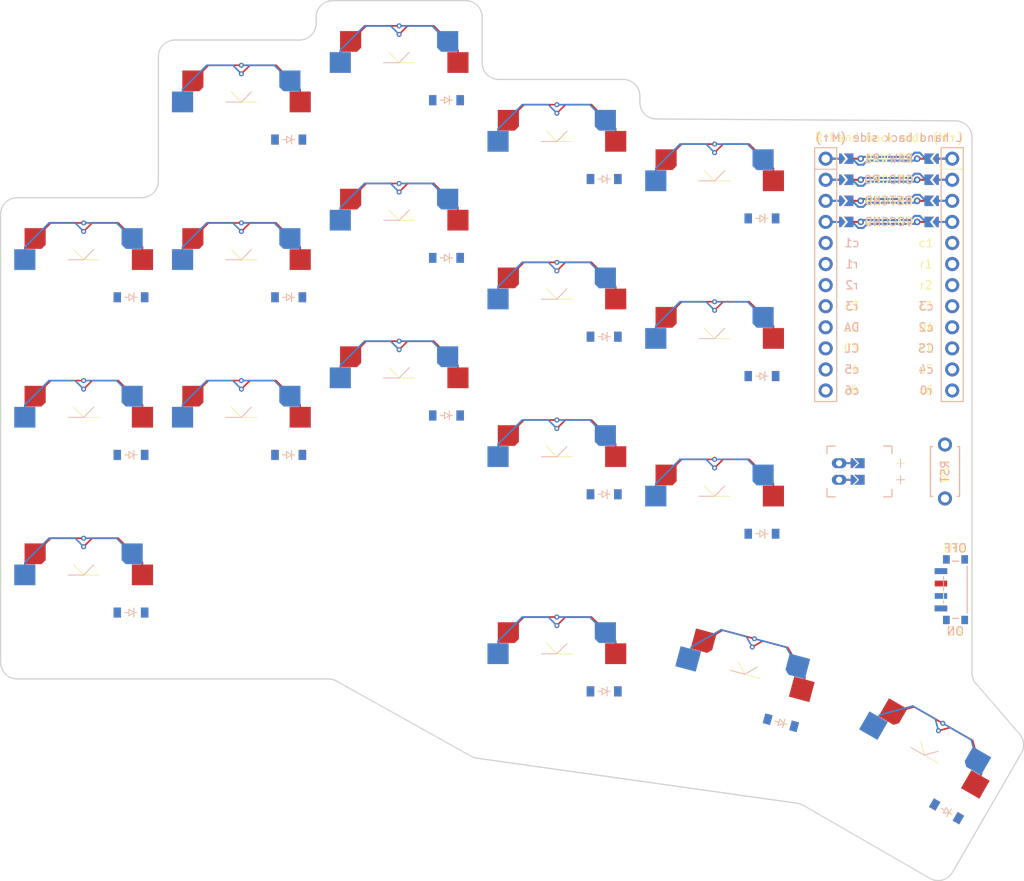
<source format=kicad_pcb>
(kicad_pcb (version 20240108) (generator "ergogen") (generator_version "4.2.1")
  (title_block (title "null36") (date "2026-01-25") (rev "v1.0.0") (company "Unknown"))
  (layers (0 "F.Cu" signal) (31 "B.Cu" signal) (34 "B.Paste" user) (35 "F.Paste" user) (36 "B.SilkS" user "B.Silkscreen") (37 "F.SilkS" user "F.Silkscreen") (38 "B.Mask" user) (39 "F.Mask" user) (44 "Edge.Cuts" user))
  (net 0 "")
  (net 1 "pinky_bottom")
  (net 2 "bottom")
  (net 3 "GND")
  (net 4 "D1")
  (net 5 "D2")
  (net 6 "pinky_home")
  (net 7 "home")
  (net 8 "pinky_top")
  (net 9 "top")
  (net 10 "ring_bottom")
  (net 11 "ring_home")
  (net 12 "ring_top")
  (net 13 "middle_bottom")
  (net 14 "middle_home")
  (net 15 "middle_top")
  (net 16 "index_bottom")
  (net 17 "index_home")
  (net 18 "index_top")
  (net 19 "inner_bottom")
  (net 20 "inner_home")
  (net 21 "inner_top")
  (net 22 "near_thumb")
  (net 23 "thumb")
  (net 24 "home_thumb")
  (net 25 "far_thumb")
  (net 26 "RAW")
  (net 27 "RST")
  (net 28 "VCC")
  (net 29 "P21")
  (net 30 "P20")
  (net 31 "P19")
  (net 32 "c3")
  (net 33 "c2")
  (net 34 "CS")
  (net 35 "c4")
  (net 36 "r0")
  (net 37 "P1")
  (net 38 "P0")
  (net 39 "c1")
  (net 40 "r1")
  (net 41 "r2")
  (net 42 "r3")
  (net 43 "DA")
  (net 44 "CL")
  (net 45 "c5")
  (net 46 "c6")
  (net 47 "P101")
  (net 48 "P102")
  (net 49 "P107")
  (net 50 "MCU1_24")
  (net 51 "MCU1_1")
  (net 52 "MCU1_23")
  (net 53 "MCU1_2")
  (net 54 "MCU1_22")
  (net 55 "MCU1_3")
  (net 56 "MCU1_21")
  (net 57 "MCU1_4")
  (net 58 "MCU1_20")
  (net 59 "MCU1_5")
  (net 60 "MCU1_19")
  (net 61 "MCU1_6")
  (net 62 "MCU1_18")
  (net 63 "MCU1_7")
  (net 64 "MCU1_17")
  (net 65 "MCU1_8")
  (net 66 "MCU1_16")
  (net 67 "MCU1_9")
  (net 68 "MCU1_15")
  (net 69 "MCU1_10")
  (net 70 "MCU1_14")
  (net 71 "MCU1_11")
  (net 72 "MCU1_13")
  (net 73 "MCU1_12")
  (net 74 "BAT_P")
  (net 75 "JST1_1")
  (net 76 "JST1_2")
  (footprint "ceoloide:switch_mx" (layer "B.Cu") (at 150 150 0)
    (property "Reference" "S1" hide)
  )
  (segment (start 144.158 144.92) (end 146.037 143.041) (width 0.2) (layer "F.Cu") (net 2))
  (segment (start 146.037 143.041) (end 150 143.041) (width 0.2) (layer "F.Cu") (net 1))
  (via (at 150 143.041) (size 0.6) (drill 0.3) (layers "F.Cu" "B.Cu") (net 1))
  (segment (start 150 143.041) (end 153.963 143.0405) (width 0.2) (layer "B.Cu") (net 1))
  (segment (start 153.963 143.041) (end 155.842 144.92) (width 0.2) (layer "B.Cu") (net 1))
  (segment (start 150 144.07) (end 151.029 143.041) (width 0.2) (layer "F.Cu") (net 2))
  (segment (start 154.166 143.041) (end 157.085 145.96) (width 0.2) (layer "F.Cu") (net 2))
  (segment (start 157.085 145.96) (end 157.085 147.46) (width 0.2) (layer "F.Cu") (net 2))
  (segment (start 151.029 143.041) (end 154.166 143.041) (width 0.2) (layer "F.Cu") (net 2))
  (via (at 150 144.07) (size 0.6) (drill 0.3) (layers "F.Cu" "B.Cu") (net 2))
  (segment (start 145.834 143.041) (end 148.971 143.041) (width 0.2) (layer "B.Cu") (net 2))
  (segment (start 142.915 147.46) (end 142.915 145.96) (width 0.2) (layer "B.Cu") (net 2))
  (segment (start 142.915 145.96) (end 145.834 143.041) (width 0.2) (layer "B.Cu") (net 2))
  (segment (start 148.971 143.041) (end 150 144.07) (width 0.2) (layer "B.Cu") (net 2))
  (footprint "ceoloide:switch_mx" (layer "B.Cu") (at 150 131 0)
    (property "Reference" "S2" hide)
  )
  (segment (start 144.158 125.92) (end 146.037 124.041) (width 0.2) (layer "F.Cu") (net 7))
  (segment (start 146.037 124.041) (end 150 124.041) (width 0.2) (layer "F.Cu") (net 6))
  (via (at 150 124.041) (size 0.6) (drill 0.3) (layers "F.Cu" "B.Cu") (net 6))
  (segment (start 150 124.041) (end 153.963 124.0405) (width 0.2) (layer "B.Cu") (net 6))
  (segment (start 153.963 124.041) (end 155.842 125.92) (width 0.2) (layer "B.Cu") (net 6))
  (segment (start 150 125.07) (end 151.029 124.041) (width 0.2) (layer "F.Cu") (net 7))
  (segment (start 154.166 124.041) (end 157.085 126.96) (width 0.2) (layer "F.Cu") (net 7))
  (segment (start 157.085 126.96) (end 157.085 128.46) (width 0.2) (layer "F.Cu") (net 7))
  (segment (start 151.029 124.041) (end 154.166 124.041) (width 0.2) (layer "F.Cu") (net 7))
  (via (at 150 125.07) (size 0.6) (drill 0.3) (layers "F.Cu" "B.Cu") (net 7))
  (segment (start 145.834 124.041) (end 148.971 124.041) (width 0.2) (layer "B.Cu") (net 7))
  (segment (start 142.915 128.46) (end 142.915 126.96) (width 0.2) (layer "B.Cu") (net 7))
  (segment (start 142.915 126.96) (end 145.834 124.041) (width 0.2) (layer "B.Cu") (net 7))
  (segment (start 148.971 124.041) (end 150 125.07) (width 0.2) (layer "B.Cu") (net 7))
  (footprint "ceoloide:switch_mx" (layer "B.Cu") (at 150 112 0)
    (property "Reference" "S3" hide)
  )
  (segment (start 144.158 106.92) (end 146.037 105.041) (width 0.2) (layer "F.Cu") (net 9))
  (segment (start 146.037 105.041) (end 150 105.041) (width 0.2) (layer "F.Cu") (net 8))
  (via (at 150 105.041) (size 0.6) (drill 0.3) (layers "F.Cu" "B.Cu") (net 8))
  (segment (start 150 105.041) (end 153.963 105.0405) (width 0.2) (layer "B.Cu") (net 8))
  (segment (start 153.963 105.041) (end 155.842 106.92) (width 0.2) (layer "B.Cu") (net 8))
  (segment (start 150 106.07) (end 151.029 105.041) (width 0.2) (layer "F.Cu") (net 9))
  (segment (start 154.166 105.041) (end 157.085 107.96) (width 0.2) (layer "F.Cu") (net 9))
  (segment (start 157.085 107.96) (end 157.085 109.46) (width 0.2) (layer "F.Cu") (net 9))
  (segment (start 151.029 105.041) (end 154.166 105.041) (width 0.2) (layer "F.Cu") (net 9))
  (via (at 150 106.07) (size 0.6) (drill 0.3) (layers "F.Cu" "B.Cu") (net 9))
  (segment (start 145.834 105.041) (end 148.971 105.041) (width 0.2) (layer "B.Cu") (net 9))
  (segment (start 142.915 109.46) (end 142.915 107.96) (width 0.2) (layer "B.Cu") (net 9))
  (segment (start 142.915 107.96) (end 145.834 105.041) (width 0.2) (layer "B.Cu") (net 9))
  (segment (start 148.971 105.041) (end 150 106.07) (width 0.2) (layer "B.Cu") (net 9))
  (footprint "ceoloide:switch_mx" (layer "B.Cu") (at 169 131 0)
    (property "Reference" "S4" hide)
  )
  (segment (start 163.158 125.92) (end 165.037 124.041) (width 0.2) (layer "F.Cu") (net 2))
  (segment (start 165.037 124.041) (end 169 124.041) (width 0.2) (layer "F.Cu") (net 10))
  (via (at 169 124.041) (size 0.6) (drill 0.3) (layers "F.Cu" "B.Cu") (net 10))
  (segment (start 169 124.041) (end 172.963 124.0405) (width 0.2) (layer "B.Cu") (net 10))
  (segment (start 172.963 124.041) (end 174.842 125.92) (width 0.2) (layer "B.Cu") (net 10))
  (segment (start 169 125.07) (end 170.029 124.041) (width 0.2) (layer "F.Cu") (net 2))
  (segment (start 173.166 124.041) (end 176.085 126.96) (width 0.2) (layer "F.Cu") (net 2))
  (segment (start 176.085 126.96) (end 176.085 128.46) (width 0.2) (layer "F.Cu") (net 2))
  (segment (start 170.029 124.041) (end 173.166 124.041) (width 0.2) (layer "F.Cu") (net 2))
  (via (at 169 125.07) (size 0.6) (drill 0.3) (layers "F.Cu" "B.Cu") (net 2))
  (segment (start 164.834 124.041) (end 167.971 124.041) (width 0.2) (layer "B.Cu") (net 2))
  (segment (start 161.915 128.46) (end 161.915 126.96) (width 0.2) (layer "B.Cu") (net 2))
  (segment (start 161.915 126.96) (end 164.834 124.041) (width 0.2) (layer "B.Cu") (net 2))
  (segment (start 167.971 124.041) (end 169 125.07) (width 0.2) (layer "B.Cu") (net 2))
  (footprint "ceoloide:switch_mx" (layer "B.Cu") (at 169 112 0)
    (property "Reference" "S5" hide)
  )
  (segment (start 163.158 106.92) (end 165.037 105.041) (width 0.2) (layer "F.Cu") (net 7))
  (segment (start 165.037 105.041) (end 169 105.041) (width 0.2) (layer "F.Cu") (net 11))
  (via (at 169 105.041) (size 0.6) (drill 0.3) (layers "F.Cu" "B.Cu") (net 11))
  (segment (start 169 105.041) (end 172.963 105.0405) (width 0.2) (layer "B.Cu") (net 11))
  (segment (start 172.963 105.041) (end 174.842 106.92) (width 0.2) (layer "B.Cu") (net 11))
  (segment (start 169 106.07) (end 170.029 105.041) (width 0.2) (layer "F.Cu") (net 7))
  (segment (start 173.166 105.041) (end 176.085 107.96) (width 0.2) (layer "F.Cu") (net 7))
  (segment (start 176.085 107.96) (end 176.085 109.46) (width 0.2) (layer "F.Cu") (net 7))
  (segment (start 170.029 105.041) (end 173.166 105.041) (width 0.2) (layer "F.Cu") (net 7))
  (via (at 169 106.07) (size 0.6) (drill 0.3) (layers "F.Cu" "B.Cu") (net 7))
  (segment (start 164.834 105.041) (end 167.971 105.041) (width 0.2) (layer "B.Cu") (net 7))
  (segment (start 161.915 109.46) (end 161.915 107.96) (width 0.2) (layer "B.Cu") (net 7))
  (segment (start 161.915 107.96) (end 164.834 105.041) (width 0.2) (layer "B.Cu") (net 7))
  (segment (start 167.971 105.041) (end 169 106.07) (width 0.2) (layer "B.Cu") (net 7))
  (footprint "ceoloide:switch_mx" (layer "B.Cu") (at 169 93 0)
    (property "Reference" "S6" hide)
  )
  (segment (start 163.158 87.92) (end 165.037 86.041) (width 0.2) (layer "F.Cu") (net 9))
  (segment (start 165.037 86.041) (end 169 86.041) (width 0.2) (layer "F.Cu") (net 12))
  (via (at 169 86.041) (size 0.6) (drill 0.3) (layers "F.Cu" "B.Cu") (net 12))
  (segment (start 169 86.041) (end 172.963 86.0405) (width 0.2) (layer "B.Cu") (net 12))
  (segment (start 172.963 86.041) (end 174.842 87.92) (width 0.2) (layer "B.Cu") (net 12))
  (segment (start 169 87.07) (end 170.029 86.041) (width 0.2) (layer "F.Cu") (net 9))
  (segment (start 173.166 86.041) (end 176.085 88.96) (width 0.2) (layer "F.Cu") (net 9))
  (segment (start 176.085 88.96) (end 176.085 90.46) (width 0.2) (layer "F.Cu") (net 9))
  (segment (start 170.029 86.041) (end 173.166 86.041) (width 0.2) (layer "F.Cu") (net 9))
  (via (at 169 87.07) (size 0.6) (drill 0.3) (layers "F.Cu" "B.Cu") (net 9))
  (segment (start 164.834 86.041) (end 167.971 86.041) (width 0.2) (layer "B.Cu") (net 9))
  (segment (start 161.915 90.46) (end 161.915 88.96) (width 0.2) (layer "B.Cu") (net 9))
  (segment (start 161.915 88.96) (end 164.834 86.041) (width 0.2) (layer "B.Cu") (net 9))
  (segment (start 167.971 86.041) (end 169 87.07) (width 0.2) (layer "B.Cu") (net 9))
  (footprint "ceoloide:switch_mx" (layer "B.Cu") (at 188 126.25 0)
    (property "Reference" "S7" hide)
  )
  (segment (start 182.158 121.17) (end 184.037 119.291) (width 0.2) (layer "F.Cu") (net 2))
  (segment (start 184.037 119.291) (end 188 119.291) (width 0.2) (layer "F.Cu") (net 13))
  (via (at 188 119.291) (size 0.6) (drill 0.3) (layers "F.Cu" "B.Cu") (net 13))
  (segment (start 188 119.291) (end 191.963 119.2905) (width 0.2) (layer "B.Cu") (net 13))
  (segment (start 191.963 119.291) (end 193.842 121.17) (width 0.2) (layer "B.Cu") (net 13))
  (segment (start 188 120.32) (end 189.029 119.291) (width 0.2) (layer "F.Cu") (net 2))
  (segment (start 192.166 119.291) (end 195.085 122.21) (width 0.2) (layer "F.Cu") (net 2))
  (segment (start 195.085 122.21) (end 195.085 123.71) (width 0.2) (layer "F.Cu") (net 2))
  (segment (start 189.029 119.291) (end 192.166 119.291) (width 0.2) (layer "F.Cu") (net 2))
  (via (at 188 120.32) (size 0.6) (drill 0.3) (layers "F.Cu" "B.Cu") (net 2))
  (segment (start 183.834 119.291) (end 186.971 119.291) (width 0.2) (layer "B.Cu") (net 2))
  (segment (start 180.915 123.71) (end 180.915 122.21) (width 0.2) (layer "B.Cu") (net 2))
  (segment (start 180.915 122.21) (end 183.834 119.291) (width 0.2) (layer "B.Cu") (net 2))
  (segment (start 186.971 119.291) (end 188 120.32) (width 0.2) (layer "B.Cu") (net 2))
  (footprint "ceoloide:switch_mx" (layer "B.Cu") (at 188 107.25 0)
    (property "Reference" "S8" hide)
  )
  (segment (start 182.158 102.17) (end 184.037 100.291) (width 0.2) (layer "F.Cu") (net 7))
  (segment (start 184.037 100.291) (end 188 100.291) (width 0.2) (layer "F.Cu") (net 14))
  (via (at 188 100.291) (size 0.6) (drill 0.3) (layers "F.Cu" "B.Cu") (net 14))
  (segment (start 188 100.291) (end 191.963 100.2905) (width 0.2) (layer "B.Cu") (net 14))
  (segment (start 191.963 100.291) (end 193.842 102.17) (width 0.2) (layer "B.Cu") (net 14))
  (segment (start 188 101.32) (end 189.029 100.291) (width 0.2) (layer "F.Cu") (net 7))
  (segment (start 192.166 100.291) (end 195.085 103.21) (width 0.2) (layer "F.Cu") (net 7))
  (segment (start 195.085 103.21) (end 195.085 104.71) (width 0.2) (layer "F.Cu") (net 7))
  (segment (start 189.029 100.291) (end 192.166 100.291) (width 0.2) (layer "F.Cu") (net 7))
  (via (at 188 101.32) (size 0.6) (drill 0.3) (layers "F.Cu" "B.Cu") (net 7))
  (segment (start 183.834 100.291) (end 186.971 100.291) (width 0.2) (layer "B.Cu") (net 7))
  (segment (start 180.915 104.71) (end 180.915 103.21) (width 0.2) (layer "B.Cu") (net 7))
  (segment (start 180.915 103.21) (end 183.834 100.291) (width 0.2) (layer "B.Cu") (net 7))
  (segment (start 186.971 100.291) (end 188 101.32) (width 0.2) (layer "B.Cu") (net 7))
  (footprint "ceoloide:switch_mx" (layer "B.Cu") (at 188 88.25 0)
    (property "Reference" "S9" hide)
  )
  (segment (start 182.158 83.17) (end 184.037 81.291) (width 0.2) (layer "F.Cu") (net 9))
  (segment (start 184.037 81.291) (end 188 81.291) (width 0.2) (layer "F.Cu") (net 15))
  (via (at 188 81.291) (size 0.6) (drill 0.3) (layers "F.Cu" "B.Cu") (net 15))
  (segment (start 188 81.291) (end 191.963 81.2905) (width 0.2) (layer "B.Cu") (net 15))
  (segment (start 191.963 81.291) (end 193.842 83.17) (width 0.2) (layer "B.Cu") (net 15))
  (segment (start 188 82.32) (end 189.029 81.291) (width 0.2) (layer "F.Cu") (net 9))
  (segment (start 192.166 81.291) (end 195.085 84.21) (width 0.2) (layer "F.Cu") (net 9))
  (segment (start 195.085 84.21) (end 195.085 85.71) (width 0.2) (layer "F.Cu") (net 9))
  (segment (start 189.029 81.291) (end 192.166 81.291) (width 0.2) (layer "F.Cu") (net 9))
  (via (at 188 82.32) (size 0.6) (drill 0.3) (layers "F.Cu" "B.Cu") (net 9))
  (segment (start 183.834 81.291) (end 186.971 81.291) (width 0.2) (layer "B.Cu") (net 9))
  (segment (start 180.915 85.71) (end 180.915 84.21) (width 0.2) (layer "B.Cu") (net 9))
  (segment (start 180.915 84.21) (end 183.834 81.291) (width 0.2) (layer "B.Cu") (net 9))
  (segment (start 186.971 81.291) (end 188 82.32) (width 0.2) (layer "B.Cu") (net 9))
  (footprint "ceoloide:switch_mx" (layer "B.Cu") (at 207 135.75 0)
    (property "Reference" "S10" hide)
  )
  (segment (start 201.158 130.67) (end 203.037 128.791) (width 0.2) (layer "F.Cu") (net 2))
  (segment (start 203.037 128.791) (end 207 128.791) (width 0.2) (layer "F.Cu") (net 16))
  (via (at 207 128.791) (size 0.6) (drill 0.3) (layers "F.Cu" "B.Cu") (net 16))
  (segment (start 207 128.791) (end 210.963 128.7905) (width 0.2) (layer "B.Cu") (net 16))
  (segment (start 210.963 128.791) (end 212.842 130.67) (width 0.2) (layer "B.Cu") (net 16))
  (segment (start 207 129.82) (end 208.029 128.791) (width 0.2) (layer "F.Cu") (net 2))
  (segment (start 211.166 128.791) (end 214.085 131.71) (width 0.2) (layer "F.Cu") (net 2))
  (segment (start 214.085 131.71) (end 214.085 133.21) (width 0.2) (layer "F.Cu") (net 2))
  (segment (start 208.029 128.791) (end 211.166 128.791) (width 0.2) (layer "F.Cu") (net 2))
  (via (at 207 129.82) (size 0.6) (drill 0.3) (layers "F.Cu" "B.Cu") (net 2))
  (segment (start 202.834 128.791) (end 205.971 128.791) (width 0.2) (layer "B.Cu") (net 2))
  (segment (start 199.915 133.21) (end 199.915 131.71) (width 0.2) (layer "B.Cu") (net 2))
  (segment (start 199.915 131.71) (end 202.834 128.791) (width 0.2) (layer "B.Cu") (net 2))
  (segment (start 205.971 128.791) (end 207 129.82) (width 0.2) (layer "B.Cu") (net 2))
  (footprint "ceoloide:switch_mx" (layer "B.Cu") (at 207 116.75 0)
    (property "Reference" "S11" hide)
  )
  (segment (start 201.158 111.67) (end 203.037 109.791) (width 0.2) (layer "F.Cu") (net 7))
  (segment (start 203.037 109.791) (end 207 109.791) (width 0.2) (layer "F.Cu") (net 17))
  (via (at 207 109.791) (size 0.6) (drill 0.3) (layers "F.Cu" "B.Cu") (net 17))
  (segment (start 207 109.791) (end 210.963 109.7905) (width 0.2) (layer "B.Cu") (net 17))
  (segment (start 210.963 109.791) (end 212.842 111.67) (width 0.2) (layer "B.Cu") (net 17))
  (segment (start 207 110.82) (end 208.029 109.791) (width 0.2) (layer "F.Cu") (net 7))
  (segment (start 211.166 109.791) (end 214.085 112.71) (width 0.2) (layer "F.Cu") (net 7))
  (segment (start 214.085 112.71) (end 214.085 114.21) (width 0.2) (layer "F.Cu") (net 7))
  (segment (start 208.029 109.791) (end 211.166 109.791) (width 0.2) (layer "F.Cu") (net 7))
  (via (at 207 110.82) (size 0.6) (drill 0.3) (layers "F.Cu" "B.Cu") (net 7))
  (segment (start 202.834 109.791) (end 205.971 109.791) (width 0.2) (layer "B.Cu") (net 7))
  (segment (start 199.915 114.21) (end 199.915 112.71) (width 0.2) (layer "B.Cu") (net 7))
  (segment (start 199.915 112.71) (end 202.834 109.791) (width 0.2) (layer "B.Cu") (net 7))
  (segment (start 205.971 109.791) (end 207 110.82) (width 0.2) (layer "B.Cu") (net 7))
  (footprint "ceoloide:switch_mx" (layer "B.Cu") (at 207 97.75 0)
    (property "Reference" "S12" hide)
  )
  (segment (start 201.158 92.67) (end 203.037 90.791) (width 0.2) (layer "F.Cu") (net 9))
  (segment (start 203.037 90.791) (end 207 90.791) (width 0.2) (layer "F.Cu") (net 18))
  (via (at 207 90.791) (size 0.6) (drill 0.3) (layers "F.Cu" "B.Cu") (net 18))
  (segment (start 207 90.791) (end 210.963 90.7905) (width 0.2) (layer "B.Cu") (net 18))
  (segment (start 210.963 90.791) (end 212.842 92.67) (width 0.2) (layer "B.Cu") (net 18))
  (segment (start 207 91.82) (end 208.029 90.791) (width 0.2) (layer "F.Cu") (net 9))
  (segment (start 211.166 90.791) (end 214.085 93.71) (width 0.2) (layer "F.Cu") (net 9))
  (segment (start 214.085 93.71) (end 214.085 95.21) (width 0.2) (layer "F.Cu") (net 9))
  (segment (start 208.029 90.791) (end 211.166 90.791) (width 0.2) (layer "F.Cu") (net 9))
  (via (at 207 91.82) (size 0.6) (drill 0.3) (layers "F.Cu" "B.Cu") (net 9))
  (segment (start 202.834 90.791) (end 205.971 90.791) (width 0.2) (layer "B.Cu") (net 9))
  (segment (start 199.915 95.21) (end 199.915 93.71) (width 0.2) (layer "B.Cu") (net 9))
  (segment (start 199.915 93.71) (end 202.834 90.791) (width 0.2) (layer "B.Cu") (net 9))
  (segment (start 205.971 90.791) (end 207 91.82) (width 0.2) (layer "B.Cu") (net 9))
  (footprint "ceoloide:switch_mx" (layer "B.Cu") (at 226 140.5 0)
    (property "Reference" "S13" hide)
  )
  (segment (start 220.158 135.42) (end 222.037 133.541) (width 0.2) (layer "F.Cu") (net 2))
  (segment (start 222.037 133.541) (end 226 133.541) (width 0.2) (layer "F.Cu") (net 19))
  (via (at 226 133.541) (size 0.6) (drill 0.3) (layers "F.Cu" "B.Cu") (net 19))
  (segment (start 226 133.541) (end 229.963 133.5405) (width 0.2) (layer "B.Cu") (net 19))
  (segment (start 229.963 133.541) (end 231.842 135.42) (width 0.2) (layer "B.Cu") (net 19))
  (segment (start 226 134.57) (end 227.029 133.541) (width 0.2) (layer "F.Cu") (net 2))
  (segment (start 230.166 133.541) (end 233.085 136.46) (width 0.2) (layer "F.Cu") (net 2))
  (segment (start 233.085 136.46) (end 233.085 137.96) (width 0.2) (layer "F.Cu") (net 2))
  (segment (start 227.029 133.541) (end 230.166 133.541) (width 0.2) (layer "F.Cu") (net 2))
  (via (at 226 134.57) (size 0.6) (drill 0.3) (layers "F.Cu" "B.Cu") (net 2))
  (segment (start 221.834 133.541) (end 224.971 133.541) (width 0.2) (layer "B.Cu") (net 2))
  (segment (start 218.915 137.96) (end 218.915 136.46) (width 0.2) (layer "B.Cu") (net 2))
  (segment (start 218.915 136.46) (end 221.834 133.541) (width 0.2) (layer "B.Cu") (net 2))
  (segment (start 224.971 133.541) (end 226 134.57) (width 0.2) (layer "B.Cu") (net 2))
  (footprint "ceoloide:switch_mx" (layer "B.Cu") (at 226 121.5 0)
    (property "Reference" "S14" hide)
  )
  (segment (start 220.158 116.42) (end 222.037 114.541) (width 0.2) (layer "F.Cu") (net 7))
  (segment (start 222.037 114.541) (end 226 114.541) (width 0.2) (layer "F.Cu") (net 20))
  (via (at 226 114.541) (size 0.6) (drill 0.3) (layers "F.Cu" "B.Cu") (net 20))
  (segment (start 226 114.541) (end 229.963 114.5405) (width 0.2) (layer "B.Cu") (net 20))
  (segment (start 229.963 114.541) (end 231.842 116.42) (width 0.2) (layer "B.Cu") (net 20))
  (segment (start 226 115.57) (end 227.029 114.541) (width 0.2) (layer "F.Cu") (net 7))
  (segment (start 230.166 114.541) (end 233.085 117.46) (width 0.2) (layer "F.Cu") (net 7))
  (segment (start 233.085 117.46) (end 233.085 118.96) (width 0.2) (layer "F.Cu") (net 7))
  (segment (start 227.029 114.541) (end 230.166 114.541) (width 0.2) (layer "F.Cu") (net 7))
  (via (at 226 115.57) (size 0.6) (drill 0.3) (layers "F.Cu" "B.Cu") (net 7))
  (segment (start 221.834 114.541) (end 224.971 114.541) (width 0.2) (layer "B.Cu") (net 7))
  (segment (start 218.915 118.96) (end 218.915 117.46) (width 0.2) (layer "B.Cu") (net 7))
  (segment (start 218.915 117.46) (end 221.834 114.541) (width 0.2) (layer "B.Cu") (net 7))
  (segment (start 224.971 114.541) (end 226 115.57) (width 0.2) (layer "B.Cu") (net 7))
  (footprint "ceoloide:switch_mx" (layer "B.Cu") (at 226 102.5 0)
    (property "Reference" "S15" hide)
  )
  (segment (start 220.158 97.42) (end 222.037 95.541) (width 0.2) (layer "F.Cu") (net 9))
  (segment (start 222.037 95.541) (end 226 95.541) (width 0.2) (layer "F.Cu") (net 21))
  (via (at 226 95.541) (size 0.6) (drill 0.3) (layers "F.Cu" "B.Cu") (net 21))
  (segment (start 226 95.541) (end 229.963 95.5405) (width 0.2) (layer "B.Cu") (net 21))
  (segment (start 229.963 95.541) (end 231.842 97.42) (width 0.2) (layer "B.Cu") (net 21))
  (segment (start 226 96.57) (end 227.029 95.541) (width 0.2) (layer "F.Cu") (net 9))
  (segment (start 230.166 95.541) (end 233.085 98.46) (width 0.2) (layer "F.Cu") (net 9))
  (segment (start 233.085 98.46) (end 233.085 99.96) (width 0.2) (layer "F.Cu") (net 9))
  (segment (start 227.029 95.541) (end 230.166 95.541) (width 0.2) (layer "F.Cu") (net 9))
  (via (at 226 96.57) (size 0.6) (drill 0.3) (layers "F.Cu" "B.Cu") (net 9))
  (segment (start 221.834 95.541) (end 224.971 95.541) (width 0.2) (layer "B.Cu") (net 9))
  (segment (start 218.915 99.96) (end 218.915 98.46) (width 0.2) (layer "B.Cu") (net 9))
  (segment (start 218.915 98.46) (end 221.834 95.541) (width 0.2) (layer "B.Cu") (net 9))
  (segment (start 224.971 95.541) (end 226 96.57) (width 0.2) (layer "B.Cu") (net 9))
  (footprint "ceoloide:switch_mx" (layer "B.Cu") (at 207 159.5 0)
    (property "Reference" "S16" hide)
  )
  (segment (start 201.158 154.42) (end 203.037 152.541) (width 0.2) (layer "F.Cu") (net 23))
  (segment (start 203.037 152.541) (end 207 152.541) (width 0.2) (layer "F.Cu") (net 22))
  (via (at 207 152.541) (size 0.6) (drill 0.3) (layers "F.Cu" "B.Cu") (net 22))
  (segment (start 207 152.541) (end 210.963 152.5405) (width 0.2) (layer "B.Cu") (net 22))
  (segment (start 210.963 152.541) (end 212.842 154.42) (width 0.2) (layer "B.Cu") (net 22))
  (segment (start 207 153.57) (end 208.029 152.541) (width 0.2) (layer "F.Cu") (net 23))
  (segment (start 211.166 152.541) (end 214.085 155.46) (width 0.2) (layer "F.Cu") (net 23))
  (segment (start 214.085 155.46) (end 214.085 156.96) (width 0.2) (layer "F.Cu") (net 23))
  (segment (start 208.029 152.541) (end 211.166 152.541) (width 0.2) (layer "F.Cu") (net 23))
  (via (at 207 153.57) (size 0.6) (drill 0.3) (layers "F.Cu" "B.Cu") (net 23))
  (segment (start 202.834 152.541) (end 205.971 152.541) (width 0.2) (layer "B.Cu") (net 23))
  (segment (start 199.915 156.96) (end 199.915 155.46) (width 0.2) (layer "B.Cu") (net 23))
  (segment (start 199.915 155.46) (end 202.834 152.541) (width 0.2) (layer "B.Cu") (net 23))
  (segment (start 205.971 152.541) (end 207 153.57) (width 0.2) (layer "B.Cu") (net 23))
  (footprint "ceoloide:switch_mx" (layer "B.Cu") (at 229 161.875 -15)
    (property "Reference" "S17" hide)
  )
  (segment (start 224.6718621 155.4560759) (end 226.9731577 154.1274223) (width 0.2) (layer "F.Cu") (net 23))
  (segment (start 226.9731577 154.1274223) (end 230.8011217 155.1531222) (width 0.2) (layer "F.Cu") (net 24))
  (via (at 230.8011217 155.1531222) (size 0.6) (drill 0.3) (layers "F.Cu" "B.Cu") (net 24))
  (segment (start 230.8011217 155.1531222) (end 234.6292152 156.1783391) (width 0.2) (layer "B.Cu") (net 24))
  (segment (start 234.6290858 156.1788221) (end 235.9577394 158.4801177) (width 0.2) (layer "B.Cu") (net 24))
  (segment (start 230.5347969 156.1470599) (end 231.7950594 155.419447) (width 0.2) (layer "F.Cu") (net 23))
  (segment (start 234.8251687 156.2313623) (end 236.8892134 159.8063926) (width 0.2) (layer "F.Cu") (net 23))
  (segment (start 236.8892134 159.8063926) (end 236.5009849 161.2552813) (width 0.2) (layer "F.Cu") (net 23))
  (segment (start 231.7950594 155.419447) (end 234.8251687 156.2313623) (width 0.2) (layer "F.Cu") (net 23))
  (via (at 230.5347969 156.1470599) (size 0.6) (drill 0.3) (layers "F.Cu" "B.Cu") (net 23))
  (segment (start 226.77707470000001 154.074882) (end 229.8071841 154.8867974) (width 0.2) (layer "B.Cu") (net 23))
  (segment (start 222.8138159 157.5878155) (end 223.2020445 156.1389267) (width 0.2) (layer "B.Cu") (net 23))
  (segment (start 223.2020445 156.1389267) (end 226.77707470000001 154.074882) (width 0.2) (layer "B.Cu") (net 23))
  (segment (start 229.8071841 154.8867974) (end 230.5347969 156.1470599) (width 0.2) (layer "B.Cu") (net 23))
  (footprint "ceoloide:switch_mx" (layer "B.Cu") (at 250 171.375 -30)
    (property "Reference" "S18" hide)
  )
  (segment (start 247.4806796 164.0545909) (end 250.0474413 163.3668292) (width 0.2) (layer "F.Cu") (net 23))
  (segment (start 250.0474413 163.3668292) (end 253.4795 165.3483292) (width 0.2) (layer "F.Cu") (net 25))
  (via (at 253.4795 165.3483292) (size 0.6) (drill 0.3) (layers "F.Cu" "B.Cu") (net 25))
  (segment (start 253.4795 165.3483292) (end 256.9118087 167.3293962) (width 0.2) (layer "B.Cu") (net 25))
  (segment (start 256.9115587 167.3298292) (end 257.5993204 169.8965909) (width 0.2) (layer "B.Cu") (net 25))
  (segment (start 252.965 166.2394694) (end 254.3706401 165.8628292) (width 0.2) (layer "F.Cu") (net 23))
  (segment (start 257.0873618 167.4313292) (end 258.15579 171.4187574) (width 0.2) (layer "F.Cu") (net 23))
  (segment (start 258.15579 171.4187574) (end 257.40579 172.7177955) (width 0.2) (layer "F.Cu") (net 23))
  (segment (start 254.3706401 165.8628292) (end 257.0873618 167.4313292) (width 0.2) (layer "F.Cu") (net 23))
  (via (at 252.965 166.2394694) (size 0.6) (drill 0.3) (layers "F.Cu" "B.Cu") (net 23))
  (segment (start 249.8716382 163.2653292) (end 252.5883599 164.8338292) (width 0.2) (layer "B.Cu") (net 23))
  (segment (start 245.13421 165.6327955) (end 245.88421 164.3337574) (width 0.2) (layer "B.Cu") (net 23))
  (segment (start 245.88421 164.3337574) (end 249.8716382 163.2653292) (width 0.2) (layer "B.Cu") (net 23))
  (segment (start 252.5883599 164.8338292) (end 252.965 166.2394694) (width 0.2) (layer "B.Cu") (net 23))
  (footprint "ceoloide:diode_tht_sod123" (layer "F.Cu") (at 155.7 152 180)
    (property "Reference" "D1" hide)
  )
  (footprint "ceoloide:diode_tht_sod123" (layer "F.Cu") (at 155.7 133 180)
    (property "Reference" "D2" hide)
  )
  (footprint "ceoloide:diode_tht_sod123" (layer "F.Cu") (at 155.7 114 180)
    (property "Reference" "D3" hide)
  )
  (footprint "ceoloide:diode_tht_sod123" (layer "F.Cu") (at 174.7 133 180)
    (property "Reference" "D4" hide)
  )
  (footprint "ceoloide:diode_tht_sod123" (layer "F.Cu") (at 174.7 114 180)
    (property "Reference" "D5" hide)
  )
  (footprint "ceoloide:diode_tht_sod123" (layer "F.Cu") (at 174.7 95 180)
    (property "Reference" "D6" hide)
  )
  (footprint "ceoloide:diode_tht_sod123" (layer "F.Cu") (at 193.7 128.25 180)
    (property "Reference" "D7" hide)
  )
  (footprint "ceoloide:diode_tht_sod123" (layer "F.Cu") (at 193.7 109.25 180)
    (property "Reference" "D8" hide)
  )
  (footprint "ceoloide:diode_tht_sod123" (layer "F.Cu") (at 193.7 90.25 180)
    (property "Reference" "D9" hide)
  )
  (footprint "ceoloide:diode_tht_sod123" (layer "F.Cu") (at 212.7 137.75 180)
    (property "Reference" "D10" hide)
  )
  (footprint "ceoloide:diode_tht_sod123" (layer "F.Cu") (at 212.7 118.75 180)
    (property "Reference" "D11" hide)
  )
  (footprint "ceoloide:diode_tht_sod123" (layer "F.Cu") (at 212.7 99.75 180)
    (property "Reference" "D12" hide)
  )
  (footprint "ceoloide:diode_tht_sod123" (layer "F.Cu") (at 231.7 142.5 180)
    (property "Reference" "D13" hide)
  )
  (footprint "ceoloide:diode_tht_sod123" (layer "F.Cu") (at 231.7 123.5 180)
    (property "Reference" "D14" hide)
  )
  (footprint "ceoloide:diode_tht_sod123" (layer "F.Cu") (at 231.7 104.5 180)
    (property "Reference" "D15" hide)
  )
  (footprint "ceoloide:diode_tht_sod123" (layer "F.Cu") (at 212.7 161.5 180)
    (property "Reference" "D16" hide)
  )
  (footprint "ceoloide:diode_tht_sod123" (layer "F.Cu") (at 233.9881391 165.2821202 165)
    (property "Reference" "D17" hide)
  )
  (footprint "ceoloide:diode_tht_sod123" (layer "F.Cu") (at 253.9363448 175.9570508 150)
    (property "Reference" "D18" hide)
  )
  (footprint "ceoloide:mcu_supermini_nrf52840" (layer "F.Cu") (at 247 110 0)
    (property "Reference" "MCU1" hide)
  )
  (segment (start 251.775 97.3) (end 250.4 97.3) (width 0.25) (layer "F.Cu"))
  (segment (start 242.225 97.3) (end 243.6 97.3) (width 0.25) (layer "F.Cu"))
  (segment (start 239.38 97.3) (end 241.5 97.3) (width 0.25) (layer "F.Cu"))
  (segment (start 239.38 97.3) (end 241.5 97.3) (width 0.25) (layer "B.Cu"))
  (segment (start 252.5 97.3) (end 254.62 97.3) (width 0.25) (layer "F.Cu"))
  (segment (start 254.62 97.3) (end 252.5 97.3) (width 0.25) (layer "B.Cu"))
  (segment (start 244.395305 97.53) (end 250.17 97.53) (width 0.25) (layer "B.Cu"))
  (segment (start 242.225 97.3) (end 242.574695 97.3) (width 0.25) (layer "B.Cu"))
  (segment (start 243.29969499999999 98.025) (end 243.900305 98.025) (width 0.25) (layer "B.Cu"))
  (segment (start 242.574695 97.3) (end 243.29969499999999 98.025) (width 0.25) (layer "B.Cu"))
  (segment (start 243.900305 98.025) (end 244.395305 97.53) (width 0.25) (layer "B.Cu"))
  (segment (start 251.775 97.3) (end 251.425305 97.3) (width 0.25) (layer "B.Cu"))
  (segment (start 249.594695 97.08) (end 243.82 97.08) (width 0.25) (layer "B.Cu"))
  (segment (start 251.425305 97.3) (end 250.70030500000001 96.575) (width 0.25) (layer "B.Cu"))
  (segment (start 250.70030500000001 96.575) (end 250.099695 96.575) (width 0.25) (layer "B.Cu"))
  (segment (start 250.099695 96.575) (end 249.594695 97.08) (width 0.25) (layer "B.Cu"))
  (segment (start 251.775 99.84) (end 250.4 99.84) (width 0.25) (layer "F.Cu"))
  (segment (start 242.225 99.84) (end 243.6 99.84) (width 0.25) (layer "F.Cu"))
  (segment (start 239.38 99.84) (end 241.5 99.84) (width 0.25) (layer "F.Cu"))
  (segment (start 239.38 99.84) (end 241.5 99.84) (width 0.25) (layer "B.Cu"))
  (segment (start 252.5 99.84) (end 254.62 99.84) (width 0.25) (layer "F.Cu"))
  (segment (start 254.62 99.84) (end 252.5 99.84) (width 0.25) (layer "B.Cu"))
  (segment (start 244.395305 100.07) (end 250.17 100.07) (width 0.25) (layer "B.Cu"))
  (segment (start 242.225 99.84) (end 242.574695 99.84) (width 0.25) (layer "B.Cu"))
  (segment (start 243.29969499999999 100.565) (end 243.900305 100.565) (width 0.25) (layer "B.Cu"))
  (segment (start 242.574695 99.84) (end 243.29969499999999 100.565) (width 0.25) (layer "B.Cu"))
  (segment (start 243.900305 100.565) (end 244.395305 100.07) (width 0.25) (layer "B.Cu"))
  (segment (start 251.775 99.84) (end 251.425305 99.84) (width 0.25) (layer "B.Cu"))
  (segment (start 249.594695 99.62) (end 243.82 99.62) (width 0.25) (layer "B.Cu"))
  (segment (start 251.425305 99.84) (end 250.70030500000001 99.115) (width 0.25) (layer "B.Cu"))
  (segment (start 250.70030500000001 99.115) (end 250.099695 99.115) (width 0.25) (layer "B.Cu"))
  (segment (start 250.099695 99.115) (end 249.594695 99.62) (width 0.25) (layer "B.Cu"))
  (segment (start 251.775 102.38) (end 250.4 102.38) (width 0.25) (layer "F.Cu"))
  (segment (start 242.225 102.38) (end 243.6 102.38) (width 0.25) (layer "F.Cu"))
  (segment (start 239.38 102.38) (end 241.5 102.38) (width 0.25) (layer "F.Cu"))
  (segment (start 239.38 102.38) (end 241.5 102.38) (width 0.25) (layer "B.Cu"))
  (segment (start 252.5 102.38) (end 254.62 102.38) (width 0.25) (layer "F.Cu"))
  (segment (start 254.62 102.38) (end 252.5 102.38) (width 0.25) (layer "B.Cu"))
  (segment (start 244.395305 102.61) (end 250.17 102.61) (width 0.25) (layer "B.Cu"))
  (segment (start 242.225 102.38) (end 242.574695 102.38) (width 0.25) (layer "B.Cu"))
  (segment (start 243.29969499999999 103.105) (end 243.900305 103.105) (width 0.25) (layer "B.Cu"))
  (segment (start 242.574695 102.38) (end 243.29969499999999 103.105) (width 0.25) (layer "B.Cu"))
  (segment (start 243.900305 103.105) (end 244.395305 102.61) (width 0.25) (layer "B.Cu"))
  (segment (start 251.775 102.38) (end 251.425305 102.38) (width 0.25) (layer "B.Cu"))
  (segment (start 249.594695 102.16) (end 243.82 102.16) (width 0.25) (layer "B.Cu"))
  (segment (start 251.425305 102.38) (end 250.70030500000001 101.655) (width 0.25) (layer "B.Cu"))
  (segment (start 250.70030500000001 101.655) (end 250.099695 101.655) (width 0.25) (layer "B.Cu"))
  (segment (start 250.099695 101.655) (end 249.594695 102.16) (width 0.25) (layer "B.Cu"))
  (segment (start 251.775 104.92) (end 250.4 104.92) (width 0.25) (layer "F.Cu"))
  (segment (start 242.225 104.92) (end 243.6 104.92) (width 0.25) (layer "F.Cu"))
  (segment (start 239.38 104.92) (end 241.5 104.92) (width 0.25) (layer "F.Cu"))
  (segment (start 239.38 104.92) (end 241.5 104.92) (width 0.25) (layer "B.Cu"))
  (segment (start 252.5 104.92) (end 254.62 104.92) (width 0.25) (layer "F.Cu"))
  (segment (start 254.62 104.92) (end 252.5 104.92) (width 0.25) (layer "B.Cu"))
  (segment (start 244.395305 105.15) (end 250.17 105.15) (width 0.25) (layer "B.Cu"))
  (segment (start 242.225 104.92) (end 242.574695 104.92) (width 0.25) (layer "B.Cu"))
  (segment (start 243.29969499999999 105.645) (end 243.900305 105.645) (width 0.25) (layer "B.Cu"))
  (segment (start 242.574695 104.92) (end 243.29969499999999 105.645) (width 0.25) (layer "B.Cu"))
  (segment (start 243.900305 105.645) (end 244.395305 105.15) (width 0.25) (layer "B.Cu"))
  (segment (start 251.775 104.92) (end 251.425305 104.92) (width 0.25) (layer "B.Cu"))
  (segment (start 249.594695 104.7) (end 243.82 104.7) (width 0.25) (layer "B.Cu"))
  (segment (start 251.425305 104.92) (end 250.70030500000001 104.195) (width 0.25) (layer "B.Cu"))
  (segment (start 250.70030500000001 104.195) (end 250.099695 104.195) (width 0.25) (layer "B.Cu"))
  (segment (start 250.099695 104.195) (end 249.594695 104.7) (width 0.25) (layer "B.Cu"))
  (footprint "ceoloide:battery_connector_jst_ph_2" (layer "F.Cu") (at 241 135 90)
    (property "Reference" "JST1" hide)
  )
  (segment (start 242.8 136) (end 241 136) (width 0.25) (layer "F.Cu") (net 75))
  (segment (start 242.8 136) (end 241 136) (width 0.25) (layer "B.Cu") (net 75))
  (segment (start 242.8 134) (end 241 134) (width 0.25) (layer "F.Cu") (net 76))
  (segment (start 242.8 134) (end 241 134) (width 0.25) (layer "B.Cu") (net 76))
  (footprint "ceoloide:power_switch_smd_side" (layer "F.Cu") (at 255 149.25 0)
    (property "Reference" "PWR1" hide)
  )
  (footprint "ceoloide:reset_switch_tht_top" (layer "F.Cu") (at 253.75 135 90)
    (property "Reference" "RST1" hide)
  )
  (gr_line (start 157 102) (end 142 102) (layer Edge.Cuts) (stroke (width 0.15)))
  (gr_line (start 140 104) (end 140 158) (layer Edge.Cuts) (stroke (width 0.15)))
  (gr_line (start 142 160) (end 179.47908582631575 160) (layer Edge.Cuts) (stroke (width 0.15)))
  (gr_line (start 180.45472860251877 160.254113042584) (end 196.67345025683315 169.31751631999498) (layer Edge.Cuts) (stroke (width 0.15)))
  (gr_line (start 197.37043023303616 169.55212096257904) (end 235.95494167595666 174.98111054737382) (layer Edge.Cuts) (stroke (width 0.15)))
  (gr_line (start 236.67627887595663 175.22955134737379) (end 251.92820320000004 184.03525400000004) (layer Edge.Cuts) (stroke (width 0.15)))
  (gr_line (start 254.66025400000004 183.30320319999998) (end 262.94953155047654 168.94575338727515) (layer Edge.Cuts) (stroke (width 0.15)))
  (gr_line (start 262.7313675504766 166.63879258727508) (end 257.4861131999999 160.56307760413443) (layer Edge.Cuts) (stroke (width 0.15)))
  (gr_line (start 257 159.25611680413448) (end 257 94.73753902375) (layer Edge.Cuts) (stroke (width 0.15)))
  (gr_line (start 255.012499799375 92.73757812374609) (end 218.98750020062496 92.51242187625391) (layer Edge.Cuts) (stroke (width 0.15)))
  (gr_line (start 217 90.51246097625) (end 217 89.75) (layer Edge.Cuts) (stroke (width 0.15)))
  (gr_line (start 215 87.75) (end 200 87.75) (layer Edge.Cuts) (stroke (width 0.15)))
  (gr_line (start 198 85.75) (end 198 80.25) (layer Edge.Cuts) (stroke (width 0.15)))
  (gr_line (start 196 78.25) (end 180 78.25) (layer Edge.Cuts) (stroke (width 0.15)))
  (gr_line (start 178 80.25) (end 178 81) (layer Edge.Cuts) (stroke (width 0.15)))
  (gr_line (start 176 83) (end 161 83) (layer Edge.Cuts) (stroke (width 0.15)))
  (gr_line (start 159 85) (end 159 100) (layer Edge.Cuts) (stroke (width 0.15)))
  (gr_arc (start 142 102) (mid 140.5857864 102.5857864) (end 140 104) (layer Edge.Cuts) (stroke (width 0.15)))
  (gr_arc (start 140 158) (mid 140.5857864 159.4142136) (end 142 160) (layer Edge.Cuts) (stroke (width 0.15)))
  (gr_arc (start 180.45472862631576 160.2541131) (mid 179.98318212631574 160.0645706) (end 179.47908582631575 160) (layer Edge.Cuts) (stroke (width 0.15)))
  (gr_arc (start 196.6734502330362 169.317516262579) (mid 197.01106443303618 169.46712916257903) (end 197.3704302330362 169.552120962579) (layer Edge.Cuts) (stroke (width 0.15)))
  (gr_arc (start 236.67627887595663 175.2295513473738) (mid 236.32756637595662 175.07061704737382) (end 235.95494167595663 174.98111054737382) (layer Edge.Cuts) (stroke (width 0.15)))
  (gr_arc (start 251.9282032 184.035254) (mid 253.4458413 184.2350548) (end 254.660254 183.3032032) (layer Edge.Cuts) (stroke (width 0.15)))
  (gr_arc (start 262.94953155047654 168.94575338727515) (mid 263.2085972504765 167.75745808727515) (end 262.73136755047653 166.63879258727513) (layer Edge.Cuts) (stroke (width 0.15)))
  (gr_arc (start 257 159.25611680413448) (mid 257.1254636 159.9533350041345) (end 257.4861132 160.5630776041345) (layer Edge.Cuts) (stroke (width 0.15)))
  (gr_arc (start 257 94.73753902375) (mid 256.418626 93.32775172375) (end 255.0124998 92.73757812375) (layer Edge.Cuts) (stroke (width 0.15)))
  (gr_arc (start 217 90.51246097625) (mid 217.581374 91.92224827625) (end 218.9875002 92.51242187625) (layer Edge.Cuts) (stroke (width 0.15)))
  (gr_arc (start 217 89.75) (mid 216.4142136 88.3357864) (end 215 87.75) (layer Edge.Cuts) (stroke (width 0.15)))
  (gr_arc (start 198 85.75) (mid 198.5857864 87.1642136) (end 200 87.75) (layer Edge.Cuts) (stroke (width 0.15)))
  (gr_arc (start 198 80.25) (mid 197.4142136 78.8357864) (end 196 78.25) (layer Edge.Cuts) (stroke (width 0.15)))
  (gr_arc (start 180 78.25) (mid 178.5857864 78.8357864) (end 178 80.25) (layer Edge.Cuts) (stroke (width 0.15)))
  (gr_arc (start 176 83) (mid 177.4142136 82.4142136) (end 178 81) (layer Edge.Cuts) (stroke (width 0.15)))
  (gr_arc (start 161 83) (mid 159.5857864 83.5857864) (end 159 85) (layer Edge.Cuts) (stroke (width 0.15)))
  (gr_arc (start 157 102) (mid 158.4142136 101.4142136) (end 159 100) (layer Edge.Cuts) (stroke (width 0.15)))
)
</source>
